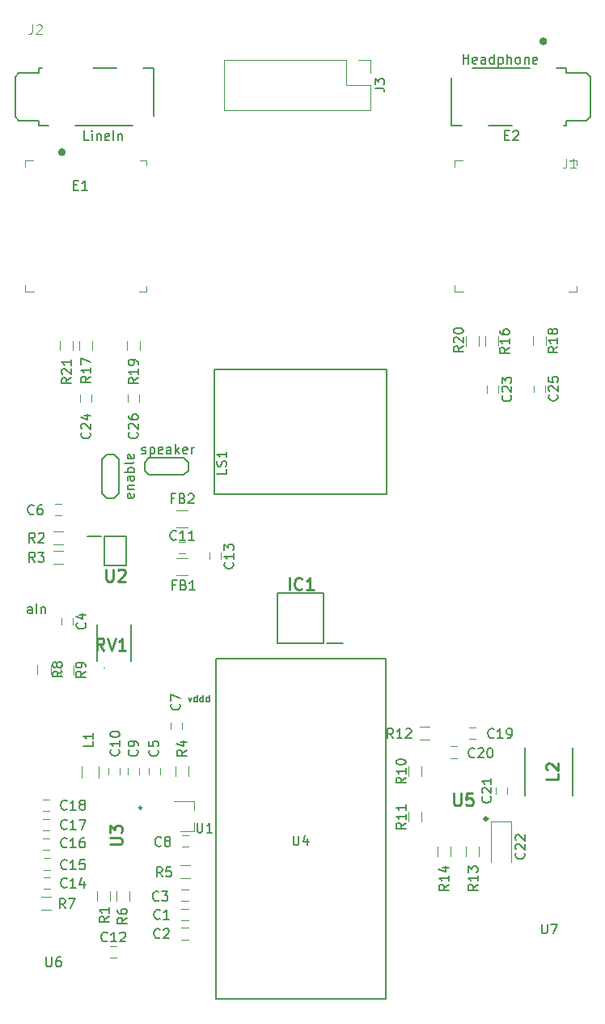
<source format=gto>
G04 #@! TF.GenerationSoftware,KiCad,Pcbnew,(5.1.2)-2*
G04 #@! TF.CreationDate,2019-11-23T11:04:55-05:00*
G04 #@! TF.ProjectId,tdm_mainboard,74646d5f-6d61-4696-9e62-6f6172642e6b,rev?*
G04 #@! TF.SameCoordinates,Original*
G04 #@! TF.FileFunction,Legend,Top*
G04 #@! TF.FilePolarity,Positive*
%FSLAX46Y46*%
G04 Gerber Fmt 4.6, Leading zero omitted, Abs format (unit mm)*
G04 Created by KiCad (PCBNEW (5.1.2)-2) date 2019-11-23 11:04:55*
%MOMM*%
%LPD*%
G04 APERTURE LIST*
%ADD10C,0.150000*%
%ADD11C,0.200000*%
%ADD12C,0.250000*%
%ADD13C,0.120000*%
%ADD14C,0.325000*%
%ADD15C,0.100000*%
%ADD16C,0.127000*%
%ADD17C,0.400000*%
%ADD18C,0.254000*%
%ADD19C,0.050000*%
G04 APERTURE END LIST*
D10*
X30999000Y-63351000D02*
X30999000Y-66951000D01*
X30999000Y-66951000D02*
X30499000Y-67451000D01*
X30499000Y-67451000D02*
X29699000Y-67451000D01*
X29699000Y-67451000D02*
X29199000Y-66951000D01*
X29199000Y-66951000D02*
X29199000Y-63351000D01*
X29199000Y-63351000D02*
X29699000Y-62851000D01*
X29699000Y-62851000D02*
X30499000Y-62851000D01*
X30499000Y-62851000D02*
X30999000Y-63351000D01*
X37741000Y-65035000D02*
X34141000Y-65035000D01*
X34141000Y-65035000D02*
X33641000Y-64535000D01*
X33641000Y-64535000D02*
X33641000Y-63735000D01*
X33641000Y-63735000D02*
X34141000Y-63235000D01*
X34141000Y-63235000D02*
X37741000Y-63235000D01*
X37741000Y-63235000D02*
X38241000Y-63735000D01*
X38241000Y-63735000D02*
X38241000Y-64535000D01*
X38241000Y-64535000D02*
X37741000Y-65035000D01*
D11*
X29461000Y-85175000D02*
G75*
G03X29461000Y-85175000I-22000J0D01*
G01*
X32280000Y-84450000D02*
X32280000Y-80650000D01*
X28680000Y-80650000D02*
X28680000Y-84450000D01*
D12*
X33362000Y-99807000D02*
G75*
G03X33362000Y-99807000I-125000J0D01*
G01*
D13*
X38860000Y-102291000D02*
X38860000Y-101361000D01*
X38860000Y-99131000D02*
X38860000Y-100061000D01*
X38860000Y-99131000D02*
X36700000Y-99131000D01*
X38860000Y-102291000D02*
X37400000Y-102291000D01*
D14*
X69563000Y-100950000D02*
G75*
G03X69563000Y-100950000I-162500J0D01*
G01*
D13*
X72043000Y-101236000D02*
X72043000Y-105486000D01*
X69943000Y-101236000D02*
X69943000Y-105486000D01*
X72043000Y-101236000D02*
X69943000Y-101236000D01*
X38214001Y-111568000D02*
X37514001Y-111568000D01*
X37514001Y-110368000D02*
X38214001Y-110368000D01*
X38214000Y-113568000D02*
X37514000Y-113568000D01*
X37514000Y-112368000D02*
X38214000Y-112368000D01*
X38214000Y-109568000D02*
X37514000Y-109568000D01*
X37514000Y-108368000D02*
X38214000Y-108368000D01*
X37600000Y-90900000D02*
X37600000Y-91600000D01*
X36400000Y-91600000D02*
X36400000Y-90900000D01*
X38243000Y-103898000D02*
X37543000Y-103898000D01*
X37543000Y-102698000D02*
X38243000Y-102698000D01*
X33127000Y-95661000D02*
X33127000Y-96361000D01*
X31927000Y-96361000D02*
X31927000Y-95661000D01*
X31095000Y-95661000D02*
X31095000Y-96361000D01*
X29895000Y-96361000D02*
X29895000Y-95661000D01*
X30750000Y-115455000D02*
X30050000Y-115455000D01*
X30050000Y-114255000D02*
X30750000Y-114255000D01*
X23065000Y-107082000D02*
X23765000Y-107082000D01*
X23765000Y-108282000D02*
X23065000Y-108282000D01*
X23018000Y-103032000D02*
X23718000Y-103032000D01*
X23718000Y-104232000D02*
X23018000Y-104232000D01*
X23018000Y-100955000D02*
X23718000Y-100955000D01*
X23718000Y-102155000D02*
X23018000Y-102155000D01*
X23018000Y-98955000D02*
X23718000Y-98955000D01*
X23718000Y-100155000D02*
X23018000Y-100155000D01*
D10*
X58890000Y-84220000D02*
X58890000Y-119780000D01*
X41110000Y-84220000D02*
X58890000Y-84220000D01*
X41110000Y-119780000D02*
X41110000Y-84220000D01*
X58890000Y-119780000D02*
X41110000Y-119780000D01*
D13*
X24820000Y-52000000D02*
X24820000Y-51000000D01*
X26180000Y-51000000D02*
X26180000Y-52000000D01*
X67320000Y-51500000D02*
X67320000Y-50500000D01*
X68680000Y-50500000D02*
X68680000Y-51500000D01*
X31820000Y-52000000D02*
X31820000Y-51000000D01*
X33180000Y-51000000D02*
X33180000Y-52000000D01*
X74320000Y-51490000D02*
X74320000Y-50490000D01*
X75680000Y-50490000D02*
X75680000Y-51490000D01*
X26820000Y-52000000D02*
X26820000Y-51000000D01*
X28180000Y-51000000D02*
X28180000Y-52000000D01*
X69320000Y-51500000D02*
X69320000Y-50500000D01*
X70680000Y-50500000D02*
X70680000Y-51500000D01*
X64320000Y-104894000D02*
X64320000Y-103894000D01*
X65680000Y-103894000D02*
X65680000Y-104894000D01*
X68680000Y-103894000D02*
X68680000Y-104894000D01*
X67320000Y-104894000D02*
X67320000Y-103894000D01*
X62500000Y-91320000D02*
X63500000Y-91320000D01*
X63500000Y-92680000D02*
X62500000Y-92680000D01*
X62680000Y-100250000D02*
X62680000Y-101250000D01*
X61320000Y-101250000D02*
X61320000Y-100250000D01*
X62680000Y-95500000D02*
X62680000Y-96500000D01*
X61320000Y-96500000D02*
X61320000Y-95500000D01*
X24894000Y-85891000D02*
X24894000Y-84891000D01*
X26254000Y-84891000D02*
X26254000Y-85891000D01*
X22462000Y-85865000D02*
X22462000Y-84865000D01*
X23822000Y-84865000D02*
X23822000Y-85865000D01*
X23868000Y-110455000D02*
X22868000Y-110455000D01*
X22868000Y-109095000D02*
X23868000Y-109095000D01*
X30736000Y-109513000D02*
X30736000Y-108513000D01*
X32096000Y-108513000D02*
X32096000Y-109513000D01*
X37393000Y-105793000D02*
X38393000Y-105793000D01*
X38393000Y-107153000D02*
X37393000Y-107153000D01*
X36927000Y-96511000D02*
X36927000Y-95511000D01*
X38287000Y-95511000D02*
X38287000Y-96511000D01*
X24103000Y-72955000D02*
X25103000Y-72955000D01*
X25103000Y-74315000D02*
X24103000Y-74315000D01*
X24103000Y-70955000D02*
X25103000Y-70955000D01*
X25103000Y-72315000D02*
X24103000Y-72315000D01*
X28704000Y-109513000D02*
X28704000Y-108513000D01*
X30064000Y-108513000D02*
X30064000Y-109513000D01*
X33100000Y-56650000D02*
X33100000Y-57350000D01*
X31900000Y-57350000D02*
X31900000Y-56650000D01*
X75600000Y-55650000D02*
X75600000Y-56350000D01*
X74400000Y-56350000D02*
X74400000Y-55650000D01*
X28100000Y-56650000D02*
X28100000Y-57350000D01*
X26900000Y-57350000D02*
X26900000Y-56650000D01*
X70720000Y-55720000D02*
X70720000Y-56420000D01*
X69520000Y-56420000D02*
X69520000Y-55720000D01*
X71600000Y-97650000D02*
X71600000Y-98350000D01*
X70400000Y-98350000D02*
X70400000Y-97650000D01*
X66350000Y-94600000D02*
X65650000Y-94600000D01*
X65650000Y-93400000D02*
X66350000Y-93400000D01*
X68350000Y-92600000D02*
X67650000Y-92600000D01*
X67650000Y-91400000D02*
X68350000Y-91400000D01*
X23065000Y-105082000D02*
X23765000Y-105082000D01*
X23765000Y-106282000D02*
X23065000Y-106282000D01*
X41668000Y-73103000D02*
X41668000Y-73803000D01*
X40468000Y-73803000D02*
X40468000Y-73103000D01*
X37953000Y-73235000D02*
X37253000Y-73235000D01*
X37253000Y-72035000D02*
X37953000Y-72035000D01*
X24953000Y-69235000D02*
X24253000Y-69235000D01*
X24253000Y-68035000D02*
X24953000Y-68035000D01*
X35286000Y-95661000D02*
X35286000Y-96361000D01*
X34086000Y-96361000D02*
X34086000Y-95661000D01*
X24974000Y-80661000D02*
X24974000Y-79961000D01*
X26174000Y-79961000D02*
X26174000Y-80661000D01*
X57330000Y-21670000D02*
X57330000Y-23000000D01*
X56000000Y-21670000D02*
X57330000Y-21670000D01*
X57330000Y-24270000D02*
X57330000Y-26870000D01*
X54730000Y-24270000D02*
X57330000Y-24270000D01*
X54730000Y-21670000D02*
X54730000Y-24270000D01*
X57330000Y-26870000D02*
X41970000Y-26870000D01*
X54730000Y-21670000D02*
X41970000Y-21670000D01*
X41970000Y-21670000D02*
X41970000Y-26870000D01*
D11*
X54425000Y-82580000D02*
X52775000Y-82580000D01*
X52425000Y-77385000D02*
X52425000Y-82615000D01*
X47575000Y-77385000D02*
X52425000Y-77385000D01*
X47575000Y-82615000D02*
X47575000Y-77385000D01*
X52425000Y-82615000D02*
X47575000Y-82615000D01*
D15*
X22075000Y-45825000D02*
X21125000Y-45825000D01*
X21125000Y-45825000D02*
X21125000Y-45150000D01*
X21975000Y-32175000D02*
X21125000Y-32175000D01*
X21125000Y-32175000D02*
X21125000Y-32850000D01*
X33875000Y-45250000D02*
X33875000Y-45825000D01*
X33875000Y-45825000D02*
X33075000Y-45825000D01*
X33175000Y-32175000D02*
X33875000Y-32175000D01*
X33875000Y-32175000D02*
X33875000Y-32675000D01*
X67075000Y-45825000D02*
X66125000Y-45825000D01*
X66125000Y-45825000D02*
X66125000Y-45150000D01*
X66975000Y-32175000D02*
X66125000Y-32175000D01*
X66125000Y-32175000D02*
X66125000Y-32850000D01*
X78875000Y-45250000D02*
X78875000Y-45825000D01*
X78875000Y-45825000D02*
X78075000Y-45825000D01*
X78175000Y-32175000D02*
X78875000Y-32175000D01*
X78875000Y-32175000D02*
X78875000Y-32675000D01*
D13*
X27075000Y-96642999D02*
X27075000Y-95442999D01*
X28835000Y-95442999D02*
X28835000Y-96642999D01*
X38203000Y-70515000D02*
X37003000Y-70515000D01*
X37003000Y-68755000D02*
X38203000Y-68755000D01*
X38203000Y-75515000D02*
X37003000Y-75515000D01*
X37003000Y-73755000D02*
X38203000Y-73755000D01*
D16*
X22600000Y-22500000D02*
X22900000Y-22500000D01*
X28300000Y-22500000D02*
X30700000Y-22500000D01*
X33500000Y-22500000D02*
X34600000Y-22500000D01*
X34600000Y-22500000D02*
X34600000Y-27500000D01*
X32400000Y-28500000D02*
X26400000Y-28500000D01*
X23600000Y-28500000D02*
X22600000Y-28500000D01*
X22600000Y-28500000D02*
X22600000Y-28000000D01*
X22600000Y-23000000D02*
X22600000Y-22500000D01*
X22600000Y-23000000D02*
X20500000Y-23000000D01*
X20100000Y-23400000D02*
X20100000Y-27600000D01*
X20500000Y-28000000D02*
X22600000Y-28000000D01*
X20100000Y-23400000D02*
X20500000Y-23000000D01*
X20500000Y-28000000D02*
X20100000Y-27600000D01*
D17*
X25200000Y-31300000D02*
G75*
G03X25200000Y-31300000I-200000J0D01*
G01*
D16*
X77800000Y-28500000D02*
X77500000Y-28500000D01*
X72100000Y-28500000D02*
X69700000Y-28500000D01*
X66900000Y-28500000D02*
X65800000Y-28500000D01*
X65800000Y-28500000D02*
X65800000Y-23500000D01*
X68000000Y-22500000D02*
X74000000Y-22500000D01*
X76800000Y-22500000D02*
X77800000Y-22500000D01*
X77800000Y-22500000D02*
X77800000Y-23000000D01*
X77800000Y-28000000D02*
X77800000Y-28500000D01*
X77800000Y-28000000D02*
X79900000Y-28000000D01*
X80300000Y-27600000D02*
X80300000Y-23400000D01*
X79900000Y-23000000D02*
X77800000Y-23000000D01*
X80300000Y-27600000D02*
X79900000Y-28000000D01*
X79900000Y-23000000D02*
X80300000Y-23400000D01*
D17*
X75600000Y-19700000D02*
G75*
G03X75600000Y-19700000I-200000J0D01*
G01*
D11*
X73500000Y-93500000D02*
X73500000Y-98500000D01*
X78500000Y-98500000D02*
X78500000Y-93500000D01*
D10*
X59000000Y-67000000D02*
X41000000Y-67000000D01*
X59000000Y-54000000D02*
X59000000Y-67000000D01*
X41000000Y-54000000D02*
X59000000Y-54000000D01*
X41000000Y-67000000D02*
X41000000Y-54000000D01*
D11*
X27703000Y-71395000D02*
X29103000Y-71395000D01*
X29453000Y-74445000D02*
X29453000Y-71445000D01*
X31753000Y-74445000D02*
X29453000Y-74445000D01*
X31753000Y-71445000D02*
X31753000Y-74445000D01*
X29453000Y-71445000D02*
X31753000Y-71445000D01*
D10*
X32503761Y-67008142D02*
X32551380Y-67103380D01*
X32551380Y-67293857D01*
X32503761Y-67389095D01*
X32408523Y-67436714D01*
X32027571Y-67436714D01*
X31932333Y-67389095D01*
X31884714Y-67293857D01*
X31884714Y-67103380D01*
X31932333Y-67008142D01*
X32027571Y-66960523D01*
X32122809Y-66960523D01*
X32218047Y-67436714D01*
X31884714Y-66531952D02*
X32551380Y-66531952D01*
X31979952Y-66531952D02*
X31932333Y-66484333D01*
X31884714Y-66389095D01*
X31884714Y-66246238D01*
X31932333Y-66151000D01*
X32027571Y-66103380D01*
X32551380Y-66103380D01*
X32551380Y-65198619D02*
X32027571Y-65198619D01*
X31932333Y-65246238D01*
X31884714Y-65341476D01*
X31884714Y-65531952D01*
X31932333Y-65627190D01*
X32503761Y-65198619D02*
X32551380Y-65293857D01*
X32551380Y-65531952D01*
X32503761Y-65627190D01*
X32408523Y-65674809D01*
X32313285Y-65674809D01*
X32218047Y-65627190D01*
X32170428Y-65531952D01*
X32170428Y-65293857D01*
X32122809Y-65198619D01*
X32551380Y-64722428D02*
X31551380Y-64722428D01*
X31932333Y-64722428D02*
X31884714Y-64627190D01*
X31884714Y-64436714D01*
X31932333Y-64341476D01*
X31979952Y-64293857D01*
X32075190Y-64246238D01*
X32360904Y-64246238D01*
X32456142Y-64293857D01*
X32503761Y-64341476D01*
X32551380Y-64436714D01*
X32551380Y-64627190D01*
X32503761Y-64722428D01*
X32551380Y-63674809D02*
X32503761Y-63770047D01*
X32408523Y-63817666D01*
X31551380Y-63817666D01*
X32503761Y-62912904D02*
X32551380Y-63008142D01*
X32551380Y-63198619D01*
X32503761Y-63293857D01*
X32408523Y-63341476D01*
X32027571Y-63341476D01*
X31932333Y-63293857D01*
X31884714Y-63198619D01*
X31884714Y-63008142D01*
X31932333Y-62912904D01*
X32027571Y-62865285D01*
X32122809Y-62865285D01*
X32218047Y-63341476D01*
X38253333Y-88274000D02*
X38420000Y-88740666D01*
X38586666Y-88274000D01*
X39153333Y-88740666D02*
X39153333Y-88040666D01*
X39153333Y-88707333D02*
X39086666Y-88740666D01*
X38953333Y-88740666D01*
X38886666Y-88707333D01*
X38853333Y-88674000D01*
X38820000Y-88607333D01*
X38820000Y-88407333D01*
X38853333Y-88340666D01*
X38886666Y-88307333D01*
X38953333Y-88274000D01*
X39086666Y-88274000D01*
X39153333Y-88307333D01*
X39786666Y-88740666D02*
X39786666Y-88040666D01*
X39786666Y-88707333D02*
X39720000Y-88740666D01*
X39586666Y-88740666D01*
X39520000Y-88707333D01*
X39486666Y-88674000D01*
X39453333Y-88607333D01*
X39453333Y-88407333D01*
X39486666Y-88340666D01*
X39520000Y-88307333D01*
X39586666Y-88274000D01*
X39720000Y-88274000D01*
X39786666Y-88307333D01*
X40420000Y-88740666D02*
X40420000Y-88040666D01*
X40420000Y-88707333D02*
X40353333Y-88740666D01*
X40220000Y-88740666D01*
X40153333Y-88707333D01*
X40120000Y-88674000D01*
X40086666Y-88607333D01*
X40086666Y-88407333D01*
X40120000Y-88340666D01*
X40153333Y-88307333D01*
X40220000Y-88274000D01*
X40353333Y-88274000D01*
X40420000Y-88307333D01*
X21875809Y-79478380D02*
X21875809Y-78954571D01*
X21828190Y-78859333D01*
X21732952Y-78811714D01*
X21542476Y-78811714D01*
X21447238Y-78859333D01*
X21875809Y-79430761D02*
X21780571Y-79478380D01*
X21542476Y-79478380D01*
X21447238Y-79430761D01*
X21399619Y-79335523D01*
X21399619Y-79240285D01*
X21447238Y-79145047D01*
X21542476Y-79097428D01*
X21780571Y-79097428D01*
X21875809Y-79049809D01*
X22352000Y-79478380D02*
X22352000Y-78478380D01*
X22828190Y-78811714D02*
X22828190Y-79478380D01*
X22828190Y-78906952D02*
X22875809Y-78859333D01*
X22971047Y-78811714D01*
X23113904Y-78811714D01*
X23209142Y-78859333D01*
X23256761Y-78954571D01*
X23256761Y-79478380D01*
X33377523Y-62761761D02*
X33472761Y-62809380D01*
X33663238Y-62809380D01*
X33758476Y-62761761D01*
X33806095Y-62666523D01*
X33806095Y-62618904D01*
X33758476Y-62523666D01*
X33663238Y-62476047D01*
X33520380Y-62476047D01*
X33425142Y-62428428D01*
X33377523Y-62333190D01*
X33377523Y-62285571D01*
X33425142Y-62190333D01*
X33520380Y-62142714D01*
X33663238Y-62142714D01*
X33758476Y-62190333D01*
X34234666Y-62142714D02*
X34234666Y-63142714D01*
X34234666Y-62190333D02*
X34329904Y-62142714D01*
X34520380Y-62142714D01*
X34615619Y-62190333D01*
X34663238Y-62237952D01*
X34710857Y-62333190D01*
X34710857Y-62618904D01*
X34663238Y-62714142D01*
X34615619Y-62761761D01*
X34520380Y-62809380D01*
X34329904Y-62809380D01*
X34234666Y-62761761D01*
X35520380Y-62761761D02*
X35425142Y-62809380D01*
X35234666Y-62809380D01*
X35139428Y-62761761D01*
X35091809Y-62666523D01*
X35091809Y-62285571D01*
X35139428Y-62190333D01*
X35234666Y-62142714D01*
X35425142Y-62142714D01*
X35520380Y-62190333D01*
X35568000Y-62285571D01*
X35568000Y-62380809D01*
X35091809Y-62476047D01*
X36425142Y-62809380D02*
X36425142Y-62285571D01*
X36377523Y-62190333D01*
X36282285Y-62142714D01*
X36091809Y-62142714D01*
X35996571Y-62190333D01*
X36425142Y-62761761D02*
X36329904Y-62809380D01*
X36091809Y-62809380D01*
X35996571Y-62761761D01*
X35948952Y-62666523D01*
X35948952Y-62571285D01*
X35996571Y-62476047D01*
X36091809Y-62428428D01*
X36329904Y-62428428D01*
X36425142Y-62380809D01*
X36901333Y-62809380D02*
X36901333Y-61809380D01*
X36996571Y-62428428D02*
X37282285Y-62809380D01*
X37282285Y-62142714D02*
X36901333Y-62523666D01*
X38091809Y-62761761D02*
X37996571Y-62809380D01*
X37806095Y-62809380D01*
X37710857Y-62761761D01*
X37663238Y-62666523D01*
X37663238Y-62285571D01*
X37710857Y-62190333D01*
X37806095Y-62142714D01*
X37996571Y-62142714D01*
X38091809Y-62190333D01*
X38139428Y-62285571D01*
X38139428Y-62380809D01*
X37663238Y-62476047D01*
X38568000Y-62809380D02*
X38568000Y-62142714D01*
X38568000Y-62333190D02*
X38615619Y-62237952D01*
X38663238Y-62190333D01*
X38758476Y-62142714D01*
X38853714Y-62142714D01*
D18*
X29387047Y-83333523D02*
X28963714Y-82728761D01*
X28661333Y-83333523D02*
X28661333Y-82063523D01*
X29145142Y-82063523D01*
X29266095Y-82124000D01*
X29326571Y-82184476D01*
X29387047Y-82305428D01*
X29387047Y-82486857D01*
X29326571Y-82607809D01*
X29266095Y-82668285D01*
X29145142Y-82728761D01*
X28661333Y-82728761D01*
X29749904Y-82063523D02*
X30173238Y-83333523D01*
X30596571Y-82063523D01*
X31685142Y-83333523D02*
X30959428Y-83333523D01*
X31322285Y-83333523D02*
X31322285Y-82063523D01*
X31201333Y-82244952D01*
X31080380Y-82365904D01*
X30959428Y-82426380D01*
X30041523Y-103649619D02*
X31069619Y-103649619D01*
X31190571Y-103589142D01*
X31251047Y-103528666D01*
X31311523Y-103407714D01*
X31311523Y-103165809D01*
X31251047Y-103044857D01*
X31190571Y-102984380D01*
X31069619Y-102923904D01*
X30041523Y-102923904D01*
X30041523Y-102440095D02*
X30041523Y-101653904D01*
X30525333Y-102077238D01*
X30525333Y-101895809D01*
X30585809Y-101774857D01*
X30646285Y-101714380D01*
X30767238Y-101653904D01*
X31069619Y-101653904D01*
X31190571Y-101714380D01*
X31251047Y-101774857D01*
X31311523Y-101895809D01*
X31311523Y-102258666D01*
X31251047Y-102379619D01*
X31190571Y-102440095D01*
D10*
X39163095Y-101386380D02*
X39163095Y-102195904D01*
X39210714Y-102291142D01*
X39258333Y-102338761D01*
X39353571Y-102386380D01*
X39544047Y-102386380D01*
X39639285Y-102338761D01*
X39686904Y-102291142D01*
X39734523Y-102195904D01*
X39734523Y-101386380D01*
X40734523Y-102386380D02*
X40163095Y-102386380D01*
X40448809Y-102386380D02*
X40448809Y-101386380D01*
X40353571Y-101529238D01*
X40258333Y-101624476D01*
X40163095Y-101672095D01*
D18*
X66032380Y-98304523D02*
X66032380Y-99332619D01*
X66092857Y-99453571D01*
X66153333Y-99514047D01*
X66274285Y-99574523D01*
X66516190Y-99574523D01*
X66637142Y-99514047D01*
X66697619Y-99453571D01*
X66758095Y-99332619D01*
X66758095Y-98304523D01*
X67967619Y-98304523D02*
X67362857Y-98304523D01*
X67302380Y-98909285D01*
X67362857Y-98848809D01*
X67483809Y-98788333D01*
X67786190Y-98788333D01*
X67907142Y-98848809D01*
X67967619Y-98909285D01*
X68028095Y-99030238D01*
X68028095Y-99332619D01*
X67967619Y-99453571D01*
X67907142Y-99514047D01*
X67786190Y-99574523D01*
X67483809Y-99574523D01*
X67362857Y-99514047D01*
X67302380Y-99453571D01*
D10*
X73382142Y-104528857D02*
X73429761Y-104576476D01*
X73477380Y-104719333D01*
X73477380Y-104814571D01*
X73429761Y-104957428D01*
X73334523Y-105052666D01*
X73239285Y-105100285D01*
X73048809Y-105147904D01*
X72905952Y-105147904D01*
X72715476Y-105100285D01*
X72620238Y-105052666D01*
X72525000Y-104957428D01*
X72477380Y-104814571D01*
X72477380Y-104719333D01*
X72525000Y-104576476D01*
X72572619Y-104528857D01*
X72572619Y-104147904D02*
X72525000Y-104100285D01*
X72477380Y-104005047D01*
X72477380Y-103766952D01*
X72525000Y-103671714D01*
X72572619Y-103624095D01*
X72667857Y-103576476D01*
X72763095Y-103576476D01*
X72905952Y-103624095D01*
X73477380Y-104195523D01*
X73477380Y-103576476D01*
X72572619Y-103195523D02*
X72525000Y-103147904D01*
X72477380Y-103052666D01*
X72477380Y-102814571D01*
X72525000Y-102719333D01*
X72572619Y-102671714D01*
X72667857Y-102624095D01*
X72763095Y-102624095D01*
X72905952Y-102671714D01*
X73477380Y-103243142D01*
X73477380Y-102624095D01*
X35266333Y-111357142D02*
X35218714Y-111404761D01*
X35075857Y-111452380D01*
X34980619Y-111452380D01*
X34837761Y-111404761D01*
X34742523Y-111309523D01*
X34694904Y-111214285D01*
X34647285Y-111023809D01*
X34647285Y-110880952D01*
X34694904Y-110690476D01*
X34742523Y-110595238D01*
X34837761Y-110500000D01*
X34980619Y-110452380D01*
X35075857Y-110452380D01*
X35218714Y-110500000D01*
X35266333Y-110547619D01*
X36218714Y-111452380D02*
X35647285Y-111452380D01*
X35933000Y-111452380D02*
X35933000Y-110452380D01*
X35837761Y-110595238D01*
X35742523Y-110690476D01*
X35647285Y-110738095D01*
X35266333Y-113357142D02*
X35218714Y-113404761D01*
X35075857Y-113452380D01*
X34980619Y-113452380D01*
X34837761Y-113404761D01*
X34742523Y-113309523D01*
X34694904Y-113214285D01*
X34647285Y-113023809D01*
X34647285Y-112880952D01*
X34694904Y-112690476D01*
X34742523Y-112595238D01*
X34837761Y-112500000D01*
X34980619Y-112452380D01*
X35075857Y-112452380D01*
X35218714Y-112500000D01*
X35266333Y-112547619D01*
X35647285Y-112547619D02*
X35694904Y-112500000D01*
X35790142Y-112452380D01*
X36028238Y-112452380D01*
X36123476Y-112500000D01*
X36171095Y-112547619D01*
X36218714Y-112642857D01*
X36218714Y-112738095D01*
X36171095Y-112880952D01*
X35599666Y-113452380D01*
X36218714Y-113452380D01*
X35139333Y-109450142D02*
X35091714Y-109497761D01*
X34948857Y-109545380D01*
X34853619Y-109545380D01*
X34710761Y-109497761D01*
X34615523Y-109402523D01*
X34567904Y-109307285D01*
X34520285Y-109116809D01*
X34520285Y-108973952D01*
X34567904Y-108783476D01*
X34615523Y-108688238D01*
X34710761Y-108593000D01*
X34853619Y-108545380D01*
X34948857Y-108545380D01*
X35091714Y-108593000D01*
X35139333Y-108640619D01*
X35472666Y-108545380D02*
X36091714Y-108545380D01*
X35758380Y-108926333D01*
X35901238Y-108926333D01*
X35996476Y-108973952D01*
X36044095Y-109021571D01*
X36091714Y-109116809D01*
X36091714Y-109354904D01*
X36044095Y-109450142D01*
X35996476Y-109497761D01*
X35901238Y-109545380D01*
X35615523Y-109545380D01*
X35520285Y-109497761D01*
X35472666Y-109450142D01*
X37314142Y-88939666D02*
X37361761Y-88987285D01*
X37409380Y-89130142D01*
X37409380Y-89225380D01*
X37361761Y-89368238D01*
X37266523Y-89463476D01*
X37171285Y-89511095D01*
X36980809Y-89558714D01*
X36837952Y-89558714D01*
X36647476Y-89511095D01*
X36552238Y-89463476D01*
X36457000Y-89368238D01*
X36409380Y-89225380D01*
X36409380Y-89130142D01*
X36457000Y-88987285D01*
X36504619Y-88939666D01*
X36409380Y-88606333D02*
X36409380Y-87939666D01*
X37409380Y-88368238D01*
X35393333Y-103735142D02*
X35345714Y-103782761D01*
X35202857Y-103830380D01*
X35107619Y-103830380D01*
X34964761Y-103782761D01*
X34869523Y-103687523D01*
X34821904Y-103592285D01*
X34774285Y-103401809D01*
X34774285Y-103258952D01*
X34821904Y-103068476D01*
X34869523Y-102973238D01*
X34964761Y-102878000D01*
X35107619Y-102830380D01*
X35202857Y-102830380D01*
X35345714Y-102878000D01*
X35393333Y-102925619D01*
X35964761Y-103258952D02*
X35869523Y-103211333D01*
X35821904Y-103163714D01*
X35774285Y-103068476D01*
X35774285Y-103020857D01*
X35821904Y-102925619D01*
X35869523Y-102878000D01*
X35964761Y-102830380D01*
X36155238Y-102830380D01*
X36250476Y-102878000D01*
X36298095Y-102925619D01*
X36345714Y-103020857D01*
X36345714Y-103068476D01*
X36298095Y-103163714D01*
X36250476Y-103211333D01*
X36155238Y-103258952D01*
X35964761Y-103258952D01*
X35869523Y-103306571D01*
X35821904Y-103354190D01*
X35774285Y-103449428D01*
X35774285Y-103639904D01*
X35821904Y-103735142D01*
X35869523Y-103782761D01*
X35964761Y-103830380D01*
X36155238Y-103830380D01*
X36250476Y-103782761D01*
X36298095Y-103735142D01*
X36345714Y-103639904D01*
X36345714Y-103449428D01*
X36298095Y-103354190D01*
X36250476Y-103306571D01*
X36155238Y-103258952D01*
X32869142Y-93765666D02*
X32916761Y-93813285D01*
X32964380Y-93956142D01*
X32964380Y-94051380D01*
X32916761Y-94194238D01*
X32821523Y-94289476D01*
X32726285Y-94337095D01*
X32535809Y-94384714D01*
X32392952Y-94384714D01*
X32202476Y-94337095D01*
X32107238Y-94289476D01*
X32012000Y-94194238D01*
X31964380Y-94051380D01*
X31964380Y-93956142D01*
X32012000Y-93813285D01*
X32059619Y-93765666D01*
X32964380Y-93289476D02*
X32964380Y-93099000D01*
X32916761Y-93003761D01*
X32869142Y-92956142D01*
X32726285Y-92860904D01*
X32535809Y-92813285D01*
X32154857Y-92813285D01*
X32059619Y-92860904D01*
X32012000Y-92908523D01*
X31964380Y-93003761D01*
X31964380Y-93194238D01*
X32012000Y-93289476D01*
X32059619Y-93337095D01*
X32154857Y-93384714D01*
X32392952Y-93384714D01*
X32488190Y-93337095D01*
X32535809Y-93289476D01*
X32583428Y-93194238D01*
X32583428Y-93003761D01*
X32535809Y-92908523D01*
X32488190Y-92860904D01*
X32392952Y-92813285D01*
X30964142Y-93733857D02*
X31011761Y-93781476D01*
X31059380Y-93924333D01*
X31059380Y-94019571D01*
X31011761Y-94162428D01*
X30916523Y-94257666D01*
X30821285Y-94305285D01*
X30630809Y-94352904D01*
X30487952Y-94352904D01*
X30297476Y-94305285D01*
X30202238Y-94257666D01*
X30107000Y-94162428D01*
X30059380Y-94019571D01*
X30059380Y-93924333D01*
X30107000Y-93781476D01*
X30154619Y-93733857D01*
X31059380Y-92781476D02*
X31059380Y-93352904D01*
X31059380Y-93067190D02*
X30059380Y-93067190D01*
X30202238Y-93162428D01*
X30297476Y-93257666D01*
X30345095Y-93352904D01*
X30059380Y-92162428D02*
X30059380Y-92067190D01*
X30107000Y-91971952D01*
X30154619Y-91924333D01*
X30249857Y-91876714D01*
X30440333Y-91829095D01*
X30678428Y-91829095D01*
X30868904Y-91876714D01*
X30964142Y-91924333D01*
X31011761Y-91971952D01*
X31059380Y-92067190D01*
X31059380Y-92162428D01*
X31011761Y-92257666D01*
X30964142Y-92305285D01*
X30868904Y-92352904D01*
X30678428Y-92400523D01*
X30440333Y-92400523D01*
X30249857Y-92352904D01*
X30154619Y-92305285D01*
X30107000Y-92257666D01*
X30059380Y-92162428D01*
X29757142Y-113712142D02*
X29709523Y-113759761D01*
X29566666Y-113807380D01*
X29471428Y-113807380D01*
X29328571Y-113759761D01*
X29233333Y-113664523D01*
X29185714Y-113569285D01*
X29138095Y-113378809D01*
X29138095Y-113235952D01*
X29185714Y-113045476D01*
X29233333Y-112950238D01*
X29328571Y-112855000D01*
X29471428Y-112807380D01*
X29566666Y-112807380D01*
X29709523Y-112855000D01*
X29757142Y-112902619D01*
X30709523Y-113807380D02*
X30138095Y-113807380D01*
X30423809Y-113807380D02*
X30423809Y-112807380D01*
X30328571Y-112950238D01*
X30233333Y-113045476D01*
X30138095Y-113093095D01*
X31090476Y-112902619D02*
X31138095Y-112855000D01*
X31233333Y-112807380D01*
X31471428Y-112807380D01*
X31566666Y-112855000D01*
X31614285Y-112902619D01*
X31661904Y-112997857D01*
X31661904Y-113093095D01*
X31614285Y-113235952D01*
X31042857Y-113807380D01*
X31661904Y-113807380D01*
X25519142Y-108053142D02*
X25471523Y-108100761D01*
X25328666Y-108148380D01*
X25233428Y-108148380D01*
X25090571Y-108100761D01*
X24995333Y-108005523D01*
X24947714Y-107910285D01*
X24900095Y-107719809D01*
X24900095Y-107576952D01*
X24947714Y-107386476D01*
X24995333Y-107291238D01*
X25090571Y-107196000D01*
X25233428Y-107148380D01*
X25328666Y-107148380D01*
X25471523Y-107196000D01*
X25519142Y-107243619D01*
X26471523Y-108148380D02*
X25900095Y-108148380D01*
X26185809Y-108148380D02*
X26185809Y-107148380D01*
X26090571Y-107291238D01*
X25995333Y-107386476D01*
X25900095Y-107434095D01*
X27328666Y-107481714D02*
X27328666Y-108148380D01*
X27090571Y-107100761D02*
X26852476Y-107815047D01*
X27471523Y-107815047D01*
X25519142Y-103862142D02*
X25471523Y-103909761D01*
X25328666Y-103957380D01*
X25233428Y-103957380D01*
X25090571Y-103909761D01*
X24995333Y-103814523D01*
X24947714Y-103719285D01*
X24900095Y-103528809D01*
X24900095Y-103385952D01*
X24947714Y-103195476D01*
X24995333Y-103100238D01*
X25090571Y-103005000D01*
X25233428Y-102957380D01*
X25328666Y-102957380D01*
X25471523Y-103005000D01*
X25519142Y-103052619D01*
X26471523Y-103957380D02*
X25900095Y-103957380D01*
X26185809Y-103957380D02*
X26185809Y-102957380D01*
X26090571Y-103100238D01*
X25995333Y-103195476D01*
X25900095Y-103243095D01*
X27328666Y-102957380D02*
X27138190Y-102957380D01*
X27042952Y-103005000D01*
X26995333Y-103052619D01*
X26900095Y-103195476D01*
X26852476Y-103385952D01*
X26852476Y-103766904D01*
X26900095Y-103862142D01*
X26947714Y-103909761D01*
X27042952Y-103957380D01*
X27233428Y-103957380D01*
X27328666Y-103909761D01*
X27376285Y-103862142D01*
X27423904Y-103766904D01*
X27423904Y-103528809D01*
X27376285Y-103433571D01*
X27328666Y-103385952D01*
X27233428Y-103338333D01*
X27042952Y-103338333D01*
X26947714Y-103385952D01*
X26900095Y-103433571D01*
X26852476Y-103528809D01*
X25519142Y-101957142D02*
X25471523Y-102004761D01*
X25328666Y-102052380D01*
X25233428Y-102052380D01*
X25090571Y-102004761D01*
X24995333Y-101909523D01*
X24947714Y-101814285D01*
X24900095Y-101623809D01*
X24900095Y-101480952D01*
X24947714Y-101290476D01*
X24995333Y-101195238D01*
X25090571Y-101100000D01*
X25233428Y-101052380D01*
X25328666Y-101052380D01*
X25471523Y-101100000D01*
X25519142Y-101147619D01*
X26471523Y-102052380D02*
X25900095Y-102052380D01*
X26185809Y-102052380D02*
X26185809Y-101052380D01*
X26090571Y-101195238D01*
X25995333Y-101290476D01*
X25900095Y-101338095D01*
X26804857Y-101052380D02*
X27471523Y-101052380D01*
X27042952Y-102052380D01*
X25519142Y-99925142D02*
X25471523Y-99972761D01*
X25328666Y-100020380D01*
X25233428Y-100020380D01*
X25090571Y-99972761D01*
X24995333Y-99877523D01*
X24947714Y-99782285D01*
X24900095Y-99591809D01*
X24900095Y-99448952D01*
X24947714Y-99258476D01*
X24995333Y-99163238D01*
X25090571Y-99068000D01*
X25233428Y-99020380D01*
X25328666Y-99020380D01*
X25471523Y-99068000D01*
X25519142Y-99115619D01*
X26471523Y-100020380D02*
X25900095Y-100020380D01*
X26185809Y-100020380D02*
X26185809Y-99020380D01*
X26090571Y-99163238D01*
X25995333Y-99258476D01*
X25900095Y-99306095D01*
X27042952Y-99448952D02*
X26947714Y-99401333D01*
X26900095Y-99353714D01*
X26852476Y-99258476D01*
X26852476Y-99210857D01*
X26900095Y-99115619D01*
X26947714Y-99068000D01*
X27042952Y-99020380D01*
X27233428Y-99020380D01*
X27328666Y-99068000D01*
X27376285Y-99115619D01*
X27423904Y-99210857D01*
X27423904Y-99258476D01*
X27376285Y-99353714D01*
X27328666Y-99401333D01*
X27233428Y-99448952D01*
X27042952Y-99448952D01*
X26947714Y-99496571D01*
X26900095Y-99544190D01*
X26852476Y-99639428D01*
X26852476Y-99829904D01*
X26900095Y-99925142D01*
X26947714Y-99972761D01*
X27042952Y-100020380D01*
X27233428Y-100020380D01*
X27328666Y-99972761D01*
X27376285Y-99925142D01*
X27423904Y-99829904D01*
X27423904Y-99639428D01*
X27376285Y-99544190D01*
X27328666Y-99496571D01*
X27233428Y-99448952D01*
X49238095Y-102722380D02*
X49238095Y-103531904D01*
X49285714Y-103627142D01*
X49333333Y-103674761D01*
X49428571Y-103722380D01*
X49619047Y-103722380D01*
X49714285Y-103674761D01*
X49761904Y-103627142D01*
X49809523Y-103531904D01*
X49809523Y-102722380D01*
X50714285Y-103055714D02*
X50714285Y-103722380D01*
X50476190Y-102674761D02*
X50238095Y-103389047D01*
X50857142Y-103389047D01*
X25979380Y-54871857D02*
X25503190Y-55205190D01*
X25979380Y-55443285D02*
X24979380Y-55443285D01*
X24979380Y-55062333D01*
X25027000Y-54967095D01*
X25074619Y-54919476D01*
X25169857Y-54871857D01*
X25312714Y-54871857D01*
X25407952Y-54919476D01*
X25455571Y-54967095D01*
X25503190Y-55062333D01*
X25503190Y-55443285D01*
X25074619Y-54490904D02*
X25027000Y-54443285D01*
X24979380Y-54348047D01*
X24979380Y-54109952D01*
X25027000Y-54014714D01*
X25074619Y-53967095D01*
X25169857Y-53919476D01*
X25265095Y-53919476D01*
X25407952Y-53967095D01*
X25979380Y-54538523D01*
X25979380Y-53919476D01*
X25979380Y-52967095D02*
X25979380Y-53538523D01*
X25979380Y-53252809D02*
X24979380Y-53252809D01*
X25122238Y-53348047D01*
X25217476Y-53443285D01*
X25265095Y-53538523D01*
X67000380Y-51569857D02*
X66524190Y-51903190D01*
X67000380Y-52141285D02*
X66000380Y-52141285D01*
X66000380Y-51760333D01*
X66048000Y-51665095D01*
X66095619Y-51617476D01*
X66190857Y-51569857D01*
X66333714Y-51569857D01*
X66428952Y-51617476D01*
X66476571Y-51665095D01*
X66524190Y-51760333D01*
X66524190Y-52141285D01*
X66095619Y-51188904D02*
X66048000Y-51141285D01*
X66000380Y-51046047D01*
X66000380Y-50807952D01*
X66048000Y-50712714D01*
X66095619Y-50665095D01*
X66190857Y-50617476D01*
X66286095Y-50617476D01*
X66428952Y-50665095D01*
X67000380Y-51236523D01*
X67000380Y-50617476D01*
X66000380Y-49998428D02*
X66000380Y-49903190D01*
X66048000Y-49807952D01*
X66095619Y-49760333D01*
X66190857Y-49712714D01*
X66381333Y-49665095D01*
X66619428Y-49665095D01*
X66809904Y-49712714D01*
X66905142Y-49760333D01*
X66952761Y-49807952D01*
X67000380Y-49903190D01*
X67000380Y-49998428D01*
X66952761Y-50093666D01*
X66905142Y-50141285D01*
X66809904Y-50188904D01*
X66619428Y-50236523D01*
X66381333Y-50236523D01*
X66190857Y-50188904D01*
X66095619Y-50141285D01*
X66048000Y-50093666D01*
X66000380Y-49998428D01*
X32964380Y-54871857D02*
X32488190Y-55205190D01*
X32964380Y-55443285D02*
X31964380Y-55443285D01*
X31964380Y-55062333D01*
X32012000Y-54967095D01*
X32059619Y-54919476D01*
X32154857Y-54871857D01*
X32297714Y-54871857D01*
X32392952Y-54919476D01*
X32440571Y-54967095D01*
X32488190Y-55062333D01*
X32488190Y-55443285D01*
X32964380Y-53919476D02*
X32964380Y-54490904D01*
X32964380Y-54205190D02*
X31964380Y-54205190D01*
X32107238Y-54300428D01*
X32202476Y-54395666D01*
X32250095Y-54490904D01*
X32964380Y-53443285D02*
X32964380Y-53252809D01*
X32916761Y-53157571D01*
X32869142Y-53109952D01*
X32726285Y-53014714D01*
X32535809Y-52967095D01*
X32154857Y-52967095D01*
X32059619Y-53014714D01*
X32012000Y-53062333D01*
X31964380Y-53157571D01*
X31964380Y-53348047D01*
X32012000Y-53443285D01*
X32059619Y-53490904D01*
X32154857Y-53538523D01*
X32392952Y-53538523D01*
X32488190Y-53490904D01*
X32535809Y-53443285D01*
X32583428Y-53348047D01*
X32583428Y-53157571D01*
X32535809Y-53062333D01*
X32488190Y-53014714D01*
X32392952Y-52967095D01*
X76902380Y-51632857D02*
X76426190Y-51966190D01*
X76902380Y-52204285D02*
X75902380Y-52204285D01*
X75902380Y-51823333D01*
X75950000Y-51728095D01*
X75997619Y-51680476D01*
X76092857Y-51632857D01*
X76235714Y-51632857D01*
X76330952Y-51680476D01*
X76378571Y-51728095D01*
X76426190Y-51823333D01*
X76426190Y-52204285D01*
X76902380Y-50680476D02*
X76902380Y-51251904D01*
X76902380Y-50966190D02*
X75902380Y-50966190D01*
X76045238Y-51061428D01*
X76140476Y-51156666D01*
X76188095Y-51251904D01*
X76330952Y-50109047D02*
X76283333Y-50204285D01*
X76235714Y-50251904D01*
X76140476Y-50299523D01*
X76092857Y-50299523D01*
X75997619Y-50251904D01*
X75950000Y-50204285D01*
X75902380Y-50109047D01*
X75902380Y-49918571D01*
X75950000Y-49823333D01*
X75997619Y-49775714D01*
X76092857Y-49728095D01*
X76140476Y-49728095D01*
X76235714Y-49775714D01*
X76283333Y-49823333D01*
X76330952Y-49918571D01*
X76330952Y-50109047D01*
X76378571Y-50204285D01*
X76426190Y-50251904D01*
X76521428Y-50299523D01*
X76711904Y-50299523D01*
X76807142Y-50251904D01*
X76854761Y-50204285D01*
X76902380Y-50109047D01*
X76902380Y-49918571D01*
X76854761Y-49823333D01*
X76807142Y-49775714D01*
X76711904Y-49728095D01*
X76521428Y-49728095D01*
X76426190Y-49775714D01*
X76378571Y-49823333D01*
X76330952Y-49918571D01*
X28011380Y-54744857D02*
X27535190Y-55078190D01*
X28011380Y-55316285D02*
X27011380Y-55316285D01*
X27011380Y-54935333D01*
X27059000Y-54840095D01*
X27106619Y-54792476D01*
X27201857Y-54744857D01*
X27344714Y-54744857D01*
X27439952Y-54792476D01*
X27487571Y-54840095D01*
X27535190Y-54935333D01*
X27535190Y-55316285D01*
X28011380Y-53792476D02*
X28011380Y-54363904D01*
X28011380Y-54078190D02*
X27011380Y-54078190D01*
X27154238Y-54173428D01*
X27249476Y-54268666D01*
X27297095Y-54363904D01*
X27011380Y-53459142D02*
X27011380Y-52792476D01*
X28011380Y-53221047D01*
X71826380Y-51696857D02*
X71350190Y-52030190D01*
X71826380Y-52268285D02*
X70826380Y-52268285D01*
X70826380Y-51887333D01*
X70874000Y-51792095D01*
X70921619Y-51744476D01*
X71016857Y-51696857D01*
X71159714Y-51696857D01*
X71254952Y-51744476D01*
X71302571Y-51792095D01*
X71350190Y-51887333D01*
X71350190Y-52268285D01*
X71826380Y-50744476D02*
X71826380Y-51315904D01*
X71826380Y-51030190D02*
X70826380Y-51030190D01*
X70969238Y-51125428D01*
X71064476Y-51220666D01*
X71112095Y-51315904D01*
X70826380Y-49887333D02*
X70826380Y-50077809D01*
X70874000Y-50173047D01*
X70921619Y-50220666D01*
X71064476Y-50315904D01*
X71254952Y-50363523D01*
X71635904Y-50363523D01*
X71731142Y-50315904D01*
X71778761Y-50268285D01*
X71826380Y-50173047D01*
X71826380Y-49982571D01*
X71778761Y-49887333D01*
X71731142Y-49839714D01*
X71635904Y-49792095D01*
X71397809Y-49792095D01*
X71302571Y-49839714D01*
X71254952Y-49887333D01*
X71207333Y-49982571D01*
X71207333Y-50173047D01*
X71254952Y-50268285D01*
X71302571Y-50315904D01*
X71397809Y-50363523D01*
X65476380Y-107830857D02*
X65000190Y-108164190D01*
X65476380Y-108402285D02*
X64476380Y-108402285D01*
X64476380Y-108021333D01*
X64524000Y-107926095D01*
X64571619Y-107878476D01*
X64666857Y-107830857D01*
X64809714Y-107830857D01*
X64904952Y-107878476D01*
X64952571Y-107926095D01*
X65000190Y-108021333D01*
X65000190Y-108402285D01*
X65476380Y-106878476D02*
X65476380Y-107449904D01*
X65476380Y-107164190D02*
X64476380Y-107164190D01*
X64619238Y-107259428D01*
X64714476Y-107354666D01*
X64762095Y-107449904D01*
X64809714Y-106021333D02*
X65476380Y-106021333D01*
X64428761Y-106259428D02*
X65143047Y-106497523D01*
X65143047Y-105878476D01*
X68524380Y-107830857D02*
X68048190Y-108164190D01*
X68524380Y-108402285D02*
X67524380Y-108402285D01*
X67524380Y-108021333D01*
X67572000Y-107926095D01*
X67619619Y-107878476D01*
X67714857Y-107830857D01*
X67857714Y-107830857D01*
X67952952Y-107878476D01*
X68000571Y-107926095D01*
X68048190Y-108021333D01*
X68048190Y-108402285D01*
X68524380Y-106878476D02*
X68524380Y-107449904D01*
X68524380Y-107164190D02*
X67524380Y-107164190D01*
X67667238Y-107259428D01*
X67762476Y-107354666D01*
X67810095Y-107449904D01*
X67524380Y-106545142D02*
X67524380Y-105926095D01*
X67905333Y-106259428D01*
X67905333Y-106116571D01*
X67952952Y-106021333D01*
X68000571Y-105973714D01*
X68095809Y-105926095D01*
X68333904Y-105926095D01*
X68429142Y-105973714D01*
X68476761Y-106021333D01*
X68524380Y-106116571D01*
X68524380Y-106402285D01*
X68476761Y-106497523D01*
X68429142Y-106545142D01*
X59682142Y-92527380D02*
X59348809Y-92051190D01*
X59110714Y-92527380D02*
X59110714Y-91527380D01*
X59491666Y-91527380D01*
X59586904Y-91575000D01*
X59634523Y-91622619D01*
X59682142Y-91717857D01*
X59682142Y-91860714D01*
X59634523Y-91955952D01*
X59586904Y-92003571D01*
X59491666Y-92051190D01*
X59110714Y-92051190D01*
X60634523Y-92527380D02*
X60063095Y-92527380D01*
X60348809Y-92527380D02*
X60348809Y-91527380D01*
X60253571Y-91670238D01*
X60158333Y-91765476D01*
X60063095Y-91813095D01*
X61015476Y-91622619D02*
X61063095Y-91575000D01*
X61158333Y-91527380D01*
X61396428Y-91527380D01*
X61491666Y-91575000D01*
X61539285Y-91622619D01*
X61586904Y-91717857D01*
X61586904Y-91813095D01*
X61539285Y-91955952D01*
X60967857Y-92527380D01*
X61586904Y-92527380D01*
X61002380Y-101392857D02*
X60526190Y-101726190D01*
X61002380Y-101964285D02*
X60002380Y-101964285D01*
X60002380Y-101583333D01*
X60050000Y-101488095D01*
X60097619Y-101440476D01*
X60192857Y-101392857D01*
X60335714Y-101392857D01*
X60430952Y-101440476D01*
X60478571Y-101488095D01*
X60526190Y-101583333D01*
X60526190Y-101964285D01*
X61002380Y-100440476D02*
X61002380Y-101011904D01*
X61002380Y-100726190D02*
X60002380Y-100726190D01*
X60145238Y-100821428D01*
X60240476Y-100916666D01*
X60288095Y-101011904D01*
X61002380Y-99488095D02*
X61002380Y-100059523D01*
X61002380Y-99773809D02*
X60002380Y-99773809D01*
X60145238Y-99869047D01*
X60240476Y-99964285D01*
X60288095Y-100059523D01*
X61002380Y-96642857D02*
X60526190Y-96976190D01*
X61002380Y-97214285D02*
X60002380Y-97214285D01*
X60002380Y-96833333D01*
X60050000Y-96738095D01*
X60097619Y-96690476D01*
X60192857Y-96642857D01*
X60335714Y-96642857D01*
X60430952Y-96690476D01*
X60478571Y-96738095D01*
X60526190Y-96833333D01*
X60526190Y-97214285D01*
X61002380Y-95690476D02*
X61002380Y-96261904D01*
X61002380Y-95976190D02*
X60002380Y-95976190D01*
X60145238Y-96071428D01*
X60240476Y-96166666D01*
X60288095Y-96261904D01*
X60002380Y-95071428D02*
X60002380Y-94976190D01*
X60050000Y-94880952D01*
X60097619Y-94833333D01*
X60192857Y-94785714D01*
X60383333Y-94738095D01*
X60621428Y-94738095D01*
X60811904Y-94785714D01*
X60907142Y-94833333D01*
X60954761Y-94880952D01*
X61002380Y-94976190D01*
X61002380Y-95071428D01*
X60954761Y-95166666D01*
X60907142Y-95214285D01*
X60811904Y-95261904D01*
X60621428Y-95309523D01*
X60383333Y-95309523D01*
X60192857Y-95261904D01*
X60097619Y-95214285D01*
X60050000Y-95166666D01*
X60002380Y-95071428D01*
X27476380Y-85557666D02*
X27000190Y-85891000D01*
X27476380Y-86129095D02*
X26476380Y-86129095D01*
X26476380Y-85748142D01*
X26524000Y-85652904D01*
X26571619Y-85605285D01*
X26666857Y-85557666D01*
X26809714Y-85557666D01*
X26904952Y-85605285D01*
X26952571Y-85652904D01*
X27000190Y-85748142D01*
X27000190Y-86129095D01*
X27476380Y-85081476D02*
X27476380Y-84891000D01*
X27428761Y-84795761D01*
X27381142Y-84748142D01*
X27238285Y-84652904D01*
X27047809Y-84605285D01*
X26666857Y-84605285D01*
X26571619Y-84652904D01*
X26524000Y-84700523D01*
X26476380Y-84795761D01*
X26476380Y-84986238D01*
X26524000Y-85081476D01*
X26571619Y-85129095D01*
X26666857Y-85176714D01*
X26904952Y-85176714D01*
X27000190Y-85129095D01*
X27047809Y-85081476D01*
X27095428Y-84986238D01*
X27095428Y-84795761D01*
X27047809Y-84700523D01*
X27000190Y-84652904D01*
X26904952Y-84605285D01*
X25044380Y-85531666D02*
X24568190Y-85865000D01*
X25044380Y-86103095D02*
X24044380Y-86103095D01*
X24044380Y-85722142D01*
X24092000Y-85626904D01*
X24139619Y-85579285D01*
X24234857Y-85531666D01*
X24377714Y-85531666D01*
X24472952Y-85579285D01*
X24520571Y-85626904D01*
X24568190Y-85722142D01*
X24568190Y-86103095D01*
X24472952Y-84960238D02*
X24425333Y-85055476D01*
X24377714Y-85103095D01*
X24282476Y-85150714D01*
X24234857Y-85150714D01*
X24139619Y-85103095D01*
X24092000Y-85055476D01*
X24044380Y-84960238D01*
X24044380Y-84769761D01*
X24092000Y-84674523D01*
X24139619Y-84626904D01*
X24234857Y-84579285D01*
X24282476Y-84579285D01*
X24377714Y-84626904D01*
X24425333Y-84674523D01*
X24472952Y-84769761D01*
X24472952Y-84960238D01*
X24520571Y-85055476D01*
X24568190Y-85103095D01*
X24663428Y-85150714D01*
X24853904Y-85150714D01*
X24949142Y-85103095D01*
X24996761Y-85055476D01*
X25044380Y-84960238D01*
X25044380Y-84769761D01*
X24996761Y-84674523D01*
X24949142Y-84626904D01*
X24853904Y-84579285D01*
X24663428Y-84579285D01*
X24568190Y-84626904D01*
X24520571Y-84674523D01*
X24472952Y-84769761D01*
X25360333Y-110307380D02*
X25027000Y-109831190D01*
X24788904Y-110307380D02*
X24788904Y-109307380D01*
X25169857Y-109307380D01*
X25265095Y-109355000D01*
X25312714Y-109402619D01*
X25360333Y-109497857D01*
X25360333Y-109640714D01*
X25312714Y-109735952D01*
X25265095Y-109783571D01*
X25169857Y-109831190D01*
X24788904Y-109831190D01*
X25693666Y-109307380D02*
X26360333Y-109307380D01*
X25931761Y-110307380D01*
X31821380Y-111291666D02*
X31345190Y-111625000D01*
X31821380Y-111863095D02*
X30821380Y-111863095D01*
X30821380Y-111482142D01*
X30869000Y-111386904D01*
X30916619Y-111339285D01*
X31011857Y-111291666D01*
X31154714Y-111291666D01*
X31249952Y-111339285D01*
X31297571Y-111386904D01*
X31345190Y-111482142D01*
X31345190Y-111863095D01*
X30821380Y-110434523D02*
X30821380Y-110625000D01*
X30869000Y-110720238D01*
X30916619Y-110767857D01*
X31059476Y-110863095D01*
X31249952Y-110910714D01*
X31630904Y-110910714D01*
X31726142Y-110863095D01*
X31773761Y-110815476D01*
X31821380Y-110720238D01*
X31821380Y-110529761D01*
X31773761Y-110434523D01*
X31726142Y-110386904D01*
X31630904Y-110339285D01*
X31392809Y-110339285D01*
X31297571Y-110386904D01*
X31249952Y-110434523D01*
X31202333Y-110529761D01*
X31202333Y-110720238D01*
X31249952Y-110815476D01*
X31297571Y-110863095D01*
X31392809Y-110910714D01*
X35520333Y-107005380D02*
X35187000Y-106529190D01*
X34948904Y-107005380D02*
X34948904Y-106005380D01*
X35329857Y-106005380D01*
X35425095Y-106053000D01*
X35472714Y-106100619D01*
X35520333Y-106195857D01*
X35520333Y-106338714D01*
X35472714Y-106433952D01*
X35425095Y-106481571D01*
X35329857Y-106529190D01*
X34948904Y-106529190D01*
X36425095Y-106005380D02*
X35948904Y-106005380D01*
X35901285Y-106481571D01*
X35948904Y-106433952D01*
X36044142Y-106386333D01*
X36282238Y-106386333D01*
X36377476Y-106433952D01*
X36425095Y-106481571D01*
X36472714Y-106576809D01*
X36472714Y-106814904D01*
X36425095Y-106910142D01*
X36377476Y-106957761D01*
X36282238Y-107005380D01*
X36044142Y-107005380D01*
X35948904Y-106957761D01*
X35901285Y-106910142D01*
X38044380Y-93765666D02*
X37568190Y-94099000D01*
X38044380Y-94337095D02*
X37044380Y-94337095D01*
X37044380Y-93956142D01*
X37092000Y-93860904D01*
X37139619Y-93813285D01*
X37234857Y-93765666D01*
X37377714Y-93765666D01*
X37472952Y-93813285D01*
X37520571Y-93860904D01*
X37568190Y-93956142D01*
X37568190Y-94337095D01*
X37377714Y-92908523D02*
X38044380Y-92908523D01*
X36996761Y-93146619D02*
X37711047Y-93384714D01*
X37711047Y-92765666D01*
X22185333Y-74112380D02*
X21852000Y-73636190D01*
X21613904Y-74112380D02*
X21613904Y-73112380D01*
X21994857Y-73112380D01*
X22090095Y-73160000D01*
X22137714Y-73207619D01*
X22185333Y-73302857D01*
X22185333Y-73445714D01*
X22137714Y-73540952D01*
X22090095Y-73588571D01*
X21994857Y-73636190D01*
X21613904Y-73636190D01*
X22518666Y-73112380D02*
X23137714Y-73112380D01*
X22804380Y-73493333D01*
X22947238Y-73493333D01*
X23042476Y-73540952D01*
X23090095Y-73588571D01*
X23137714Y-73683809D01*
X23137714Y-73921904D01*
X23090095Y-74017142D01*
X23042476Y-74064761D01*
X22947238Y-74112380D01*
X22661523Y-74112380D01*
X22566285Y-74064761D01*
X22518666Y-74017142D01*
X22185333Y-72080380D02*
X21852000Y-71604190D01*
X21613904Y-72080380D02*
X21613904Y-71080380D01*
X21994857Y-71080380D01*
X22090095Y-71128000D01*
X22137714Y-71175619D01*
X22185333Y-71270857D01*
X22185333Y-71413714D01*
X22137714Y-71508952D01*
X22090095Y-71556571D01*
X21994857Y-71604190D01*
X21613904Y-71604190D01*
X22566285Y-71175619D02*
X22613904Y-71128000D01*
X22709142Y-71080380D01*
X22947238Y-71080380D01*
X23042476Y-71128000D01*
X23090095Y-71175619D01*
X23137714Y-71270857D01*
X23137714Y-71366095D01*
X23090095Y-71508952D01*
X22518666Y-72080380D01*
X23137714Y-72080380D01*
X29916380Y-111164666D02*
X29440190Y-111498000D01*
X29916380Y-111736095D02*
X28916380Y-111736095D01*
X28916380Y-111355142D01*
X28964000Y-111259904D01*
X29011619Y-111212285D01*
X29106857Y-111164666D01*
X29249714Y-111164666D01*
X29344952Y-111212285D01*
X29392571Y-111259904D01*
X29440190Y-111355142D01*
X29440190Y-111736095D01*
X29916380Y-110212285D02*
X29916380Y-110783714D01*
X29916380Y-110498000D02*
X28916380Y-110498000D01*
X29059238Y-110593238D01*
X29154476Y-110688476D01*
X29202095Y-110783714D01*
X32869142Y-60586857D02*
X32916761Y-60634476D01*
X32964380Y-60777333D01*
X32964380Y-60872571D01*
X32916761Y-61015428D01*
X32821523Y-61110666D01*
X32726285Y-61158285D01*
X32535809Y-61205904D01*
X32392952Y-61205904D01*
X32202476Y-61158285D01*
X32107238Y-61110666D01*
X32012000Y-61015428D01*
X31964380Y-60872571D01*
X31964380Y-60777333D01*
X32012000Y-60634476D01*
X32059619Y-60586857D01*
X32059619Y-60205904D02*
X32012000Y-60158285D01*
X31964380Y-60063047D01*
X31964380Y-59824952D01*
X32012000Y-59729714D01*
X32059619Y-59682095D01*
X32154857Y-59634476D01*
X32250095Y-59634476D01*
X32392952Y-59682095D01*
X32964380Y-60253523D01*
X32964380Y-59634476D01*
X31964380Y-58777333D02*
X31964380Y-58967809D01*
X32012000Y-59063047D01*
X32059619Y-59110666D01*
X32202476Y-59205904D01*
X32392952Y-59253523D01*
X32773904Y-59253523D01*
X32869142Y-59205904D01*
X32916761Y-59158285D01*
X32964380Y-59063047D01*
X32964380Y-58872571D01*
X32916761Y-58777333D01*
X32869142Y-58729714D01*
X32773904Y-58682095D01*
X32535809Y-58682095D01*
X32440571Y-58729714D01*
X32392952Y-58777333D01*
X32345333Y-58872571D01*
X32345333Y-59063047D01*
X32392952Y-59158285D01*
X32440571Y-59205904D01*
X32535809Y-59253523D01*
X76857142Y-56642857D02*
X76904761Y-56690476D01*
X76952380Y-56833333D01*
X76952380Y-56928571D01*
X76904761Y-57071428D01*
X76809523Y-57166666D01*
X76714285Y-57214285D01*
X76523809Y-57261904D01*
X76380952Y-57261904D01*
X76190476Y-57214285D01*
X76095238Y-57166666D01*
X76000000Y-57071428D01*
X75952380Y-56928571D01*
X75952380Y-56833333D01*
X76000000Y-56690476D01*
X76047619Y-56642857D01*
X76047619Y-56261904D02*
X76000000Y-56214285D01*
X75952380Y-56119047D01*
X75952380Y-55880952D01*
X76000000Y-55785714D01*
X76047619Y-55738095D01*
X76142857Y-55690476D01*
X76238095Y-55690476D01*
X76380952Y-55738095D01*
X76952380Y-56309523D01*
X76952380Y-55690476D01*
X75952380Y-54785714D02*
X75952380Y-55261904D01*
X76428571Y-55309523D01*
X76380952Y-55261904D01*
X76333333Y-55166666D01*
X76333333Y-54928571D01*
X76380952Y-54833333D01*
X76428571Y-54785714D01*
X76523809Y-54738095D01*
X76761904Y-54738095D01*
X76857142Y-54785714D01*
X76904761Y-54833333D01*
X76952380Y-54928571D01*
X76952380Y-55166666D01*
X76904761Y-55261904D01*
X76857142Y-55309523D01*
X27916142Y-60586857D02*
X27963761Y-60634476D01*
X28011380Y-60777333D01*
X28011380Y-60872571D01*
X27963761Y-61015428D01*
X27868523Y-61110666D01*
X27773285Y-61158285D01*
X27582809Y-61205904D01*
X27439952Y-61205904D01*
X27249476Y-61158285D01*
X27154238Y-61110666D01*
X27059000Y-61015428D01*
X27011380Y-60872571D01*
X27011380Y-60777333D01*
X27059000Y-60634476D01*
X27106619Y-60586857D01*
X27106619Y-60205904D02*
X27059000Y-60158285D01*
X27011380Y-60063047D01*
X27011380Y-59824952D01*
X27059000Y-59729714D01*
X27106619Y-59682095D01*
X27201857Y-59634476D01*
X27297095Y-59634476D01*
X27439952Y-59682095D01*
X28011380Y-60253523D01*
X28011380Y-59634476D01*
X27344714Y-58777333D02*
X28011380Y-58777333D01*
X26963761Y-59015428D02*
X27678047Y-59253523D01*
X27678047Y-58634476D01*
X71977142Y-56712857D02*
X72024761Y-56760476D01*
X72072380Y-56903333D01*
X72072380Y-56998571D01*
X72024761Y-57141428D01*
X71929523Y-57236666D01*
X71834285Y-57284285D01*
X71643809Y-57331904D01*
X71500952Y-57331904D01*
X71310476Y-57284285D01*
X71215238Y-57236666D01*
X71120000Y-57141428D01*
X71072380Y-56998571D01*
X71072380Y-56903333D01*
X71120000Y-56760476D01*
X71167619Y-56712857D01*
X71167619Y-56331904D02*
X71120000Y-56284285D01*
X71072380Y-56189047D01*
X71072380Y-55950952D01*
X71120000Y-55855714D01*
X71167619Y-55808095D01*
X71262857Y-55760476D01*
X71358095Y-55760476D01*
X71500952Y-55808095D01*
X72072380Y-56379523D01*
X72072380Y-55760476D01*
X71072380Y-55427142D02*
X71072380Y-54808095D01*
X71453333Y-55141428D01*
X71453333Y-54998571D01*
X71500952Y-54903333D01*
X71548571Y-54855714D01*
X71643809Y-54808095D01*
X71881904Y-54808095D01*
X71977142Y-54855714D01*
X72024761Y-54903333D01*
X72072380Y-54998571D01*
X72072380Y-55284285D01*
X72024761Y-55379523D01*
X71977142Y-55427142D01*
X69857142Y-98642857D02*
X69904761Y-98690476D01*
X69952380Y-98833333D01*
X69952380Y-98928571D01*
X69904761Y-99071428D01*
X69809523Y-99166666D01*
X69714285Y-99214285D01*
X69523809Y-99261904D01*
X69380952Y-99261904D01*
X69190476Y-99214285D01*
X69095238Y-99166666D01*
X69000000Y-99071428D01*
X68952380Y-98928571D01*
X68952380Y-98833333D01*
X69000000Y-98690476D01*
X69047619Y-98642857D01*
X69047619Y-98261904D02*
X69000000Y-98214285D01*
X68952380Y-98119047D01*
X68952380Y-97880952D01*
X69000000Y-97785714D01*
X69047619Y-97738095D01*
X69142857Y-97690476D01*
X69238095Y-97690476D01*
X69380952Y-97738095D01*
X69952380Y-98309523D01*
X69952380Y-97690476D01*
X69952380Y-96738095D02*
X69952380Y-97309523D01*
X69952380Y-97023809D02*
X68952380Y-97023809D01*
X69095238Y-97119047D01*
X69190476Y-97214285D01*
X69238095Y-97309523D01*
X68191142Y-94464142D02*
X68143523Y-94511761D01*
X68000666Y-94559380D01*
X67905428Y-94559380D01*
X67762571Y-94511761D01*
X67667333Y-94416523D01*
X67619714Y-94321285D01*
X67572095Y-94130809D01*
X67572095Y-93987952D01*
X67619714Y-93797476D01*
X67667333Y-93702238D01*
X67762571Y-93607000D01*
X67905428Y-93559380D01*
X68000666Y-93559380D01*
X68143523Y-93607000D01*
X68191142Y-93654619D01*
X68572095Y-93654619D02*
X68619714Y-93607000D01*
X68714952Y-93559380D01*
X68953047Y-93559380D01*
X69048285Y-93607000D01*
X69095904Y-93654619D01*
X69143523Y-93749857D01*
X69143523Y-93845095D01*
X69095904Y-93987952D01*
X68524476Y-94559380D01*
X69143523Y-94559380D01*
X69762571Y-93559380D02*
X69857809Y-93559380D01*
X69953047Y-93607000D01*
X70000666Y-93654619D01*
X70048285Y-93749857D01*
X70095904Y-93940333D01*
X70095904Y-94178428D01*
X70048285Y-94368904D01*
X70000666Y-94464142D01*
X69953047Y-94511761D01*
X69857809Y-94559380D01*
X69762571Y-94559380D01*
X69667333Y-94511761D01*
X69619714Y-94464142D01*
X69572095Y-94368904D01*
X69524476Y-94178428D01*
X69524476Y-93940333D01*
X69572095Y-93749857D01*
X69619714Y-93654619D01*
X69667333Y-93607000D01*
X69762571Y-93559380D01*
X70223142Y-92432142D02*
X70175523Y-92479761D01*
X70032666Y-92527380D01*
X69937428Y-92527380D01*
X69794571Y-92479761D01*
X69699333Y-92384523D01*
X69651714Y-92289285D01*
X69604095Y-92098809D01*
X69604095Y-91955952D01*
X69651714Y-91765476D01*
X69699333Y-91670238D01*
X69794571Y-91575000D01*
X69937428Y-91527380D01*
X70032666Y-91527380D01*
X70175523Y-91575000D01*
X70223142Y-91622619D01*
X71175523Y-92527380D02*
X70604095Y-92527380D01*
X70889809Y-92527380D02*
X70889809Y-91527380D01*
X70794571Y-91670238D01*
X70699333Y-91765476D01*
X70604095Y-91813095D01*
X71651714Y-92527380D02*
X71842190Y-92527380D01*
X71937428Y-92479761D01*
X71985047Y-92432142D01*
X72080285Y-92289285D01*
X72127904Y-92098809D01*
X72127904Y-91717857D01*
X72080285Y-91622619D01*
X72032666Y-91575000D01*
X71937428Y-91527380D01*
X71746952Y-91527380D01*
X71651714Y-91575000D01*
X71604095Y-91622619D01*
X71556476Y-91717857D01*
X71556476Y-91955952D01*
X71604095Y-92051190D01*
X71651714Y-92098809D01*
X71746952Y-92146428D01*
X71937428Y-92146428D01*
X72032666Y-92098809D01*
X72080285Y-92051190D01*
X72127904Y-91955952D01*
X25519142Y-106148142D02*
X25471523Y-106195761D01*
X25328666Y-106243380D01*
X25233428Y-106243380D01*
X25090571Y-106195761D01*
X24995333Y-106100523D01*
X24947714Y-106005285D01*
X24900095Y-105814809D01*
X24900095Y-105671952D01*
X24947714Y-105481476D01*
X24995333Y-105386238D01*
X25090571Y-105291000D01*
X25233428Y-105243380D01*
X25328666Y-105243380D01*
X25471523Y-105291000D01*
X25519142Y-105338619D01*
X26471523Y-106243380D02*
X25900095Y-106243380D01*
X26185809Y-106243380D02*
X26185809Y-105243380D01*
X26090571Y-105386238D01*
X25995333Y-105481476D01*
X25900095Y-105529095D01*
X27376285Y-105243380D02*
X26900095Y-105243380D01*
X26852476Y-105719571D01*
X26900095Y-105671952D01*
X26995333Y-105624333D01*
X27233428Y-105624333D01*
X27328666Y-105671952D01*
X27376285Y-105719571D01*
X27423904Y-105814809D01*
X27423904Y-106052904D01*
X27376285Y-106148142D01*
X27328666Y-106195761D01*
X27233428Y-106243380D01*
X26995333Y-106243380D01*
X26900095Y-106195761D01*
X26852476Y-106148142D01*
X42902142Y-74175857D02*
X42949761Y-74223476D01*
X42997380Y-74366333D01*
X42997380Y-74461571D01*
X42949761Y-74604428D01*
X42854523Y-74699666D01*
X42759285Y-74747285D01*
X42568809Y-74794904D01*
X42425952Y-74794904D01*
X42235476Y-74747285D01*
X42140238Y-74699666D01*
X42045000Y-74604428D01*
X41997380Y-74461571D01*
X41997380Y-74366333D01*
X42045000Y-74223476D01*
X42092619Y-74175857D01*
X42997380Y-73223476D02*
X42997380Y-73794904D01*
X42997380Y-73509190D02*
X41997380Y-73509190D01*
X42140238Y-73604428D01*
X42235476Y-73699666D01*
X42283095Y-73794904D01*
X41997380Y-72890142D02*
X41997380Y-72271095D01*
X42378333Y-72604428D01*
X42378333Y-72461571D01*
X42425952Y-72366333D01*
X42473571Y-72318714D01*
X42568809Y-72271095D01*
X42806904Y-72271095D01*
X42902142Y-72318714D01*
X42949761Y-72366333D01*
X42997380Y-72461571D01*
X42997380Y-72747285D01*
X42949761Y-72842523D01*
X42902142Y-72890142D01*
X36960142Y-71731142D02*
X36912523Y-71778761D01*
X36769666Y-71826380D01*
X36674428Y-71826380D01*
X36531571Y-71778761D01*
X36436333Y-71683523D01*
X36388714Y-71588285D01*
X36341095Y-71397809D01*
X36341095Y-71254952D01*
X36388714Y-71064476D01*
X36436333Y-70969238D01*
X36531571Y-70874000D01*
X36674428Y-70826380D01*
X36769666Y-70826380D01*
X36912523Y-70874000D01*
X36960142Y-70921619D01*
X37912523Y-71826380D02*
X37341095Y-71826380D01*
X37626809Y-71826380D02*
X37626809Y-70826380D01*
X37531571Y-70969238D01*
X37436333Y-71064476D01*
X37341095Y-71112095D01*
X38864904Y-71826380D02*
X38293476Y-71826380D01*
X38579190Y-71826380D02*
X38579190Y-70826380D01*
X38483952Y-70969238D01*
X38388714Y-71064476D01*
X38293476Y-71112095D01*
X22058333Y-69064142D02*
X22010714Y-69111761D01*
X21867857Y-69159380D01*
X21772619Y-69159380D01*
X21629761Y-69111761D01*
X21534523Y-69016523D01*
X21486904Y-68921285D01*
X21439285Y-68730809D01*
X21439285Y-68587952D01*
X21486904Y-68397476D01*
X21534523Y-68302238D01*
X21629761Y-68207000D01*
X21772619Y-68159380D01*
X21867857Y-68159380D01*
X22010714Y-68207000D01*
X22058333Y-68254619D01*
X22915476Y-68159380D02*
X22725000Y-68159380D01*
X22629761Y-68207000D01*
X22582142Y-68254619D01*
X22486904Y-68397476D01*
X22439285Y-68587952D01*
X22439285Y-68968904D01*
X22486904Y-69064142D01*
X22534523Y-69111761D01*
X22629761Y-69159380D01*
X22820238Y-69159380D01*
X22915476Y-69111761D01*
X22963095Y-69064142D01*
X23010714Y-68968904D01*
X23010714Y-68730809D01*
X22963095Y-68635571D01*
X22915476Y-68587952D01*
X22820238Y-68540333D01*
X22629761Y-68540333D01*
X22534523Y-68587952D01*
X22486904Y-68635571D01*
X22439285Y-68730809D01*
X35028142Y-93765666D02*
X35075761Y-93813285D01*
X35123380Y-93956142D01*
X35123380Y-94051380D01*
X35075761Y-94194238D01*
X34980523Y-94289476D01*
X34885285Y-94337095D01*
X34694809Y-94384714D01*
X34551952Y-94384714D01*
X34361476Y-94337095D01*
X34266238Y-94289476D01*
X34171000Y-94194238D01*
X34123380Y-94051380D01*
X34123380Y-93956142D01*
X34171000Y-93813285D01*
X34218619Y-93765666D01*
X34123380Y-92860904D02*
X34123380Y-93337095D01*
X34599571Y-93384714D01*
X34551952Y-93337095D01*
X34504333Y-93241857D01*
X34504333Y-93003761D01*
X34551952Y-92908523D01*
X34599571Y-92860904D01*
X34694809Y-92813285D01*
X34932904Y-92813285D01*
X35028142Y-92860904D01*
X35075761Y-92908523D01*
X35123380Y-93003761D01*
X35123380Y-93241857D01*
X35075761Y-93337095D01*
X35028142Y-93384714D01*
X27431142Y-80477666D02*
X27478761Y-80525285D01*
X27526380Y-80668142D01*
X27526380Y-80763380D01*
X27478761Y-80906238D01*
X27383523Y-81001476D01*
X27288285Y-81049095D01*
X27097809Y-81096714D01*
X26954952Y-81096714D01*
X26764476Y-81049095D01*
X26669238Y-81001476D01*
X26574000Y-80906238D01*
X26526380Y-80763380D01*
X26526380Y-80668142D01*
X26574000Y-80525285D01*
X26621619Y-80477666D01*
X26859714Y-79620523D02*
X27526380Y-79620523D01*
X26478761Y-79858619D02*
X27193047Y-80096714D01*
X27193047Y-79477666D01*
X57782380Y-24603333D02*
X58496666Y-24603333D01*
X58639523Y-24650952D01*
X58734761Y-24746190D01*
X58782380Y-24889047D01*
X58782380Y-24984285D01*
X57782380Y-24222380D02*
X57782380Y-23603333D01*
X58163333Y-23936666D01*
X58163333Y-23793809D01*
X58210952Y-23698571D01*
X58258571Y-23650952D01*
X58353809Y-23603333D01*
X58591904Y-23603333D01*
X58687142Y-23650952D01*
X58734761Y-23698571D01*
X58782380Y-23793809D01*
X58782380Y-24079523D01*
X58734761Y-24174761D01*
X58687142Y-24222380D01*
D18*
X48798238Y-77028523D02*
X48798238Y-75758523D01*
X50128714Y-76907571D02*
X50068238Y-76968047D01*
X49886809Y-77028523D01*
X49765857Y-77028523D01*
X49584428Y-76968047D01*
X49463476Y-76847095D01*
X49403000Y-76726142D01*
X49342523Y-76484238D01*
X49342523Y-76302809D01*
X49403000Y-76060904D01*
X49463476Y-75939952D01*
X49584428Y-75819000D01*
X49765857Y-75758523D01*
X49886809Y-75758523D01*
X50068238Y-75819000D01*
X50128714Y-75879476D01*
X51338238Y-77028523D02*
X50612523Y-77028523D01*
X50975380Y-77028523D02*
X50975380Y-75758523D01*
X50854428Y-75939952D01*
X50733476Y-76060904D01*
X50612523Y-76121380D01*
D10*
X26233523Y-34726571D02*
X26566857Y-34726571D01*
X26709714Y-35250380D02*
X26233523Y-35250380D01*
X26233523Y-34250380D01*
X26709714Y-34250380D01*
X27662095Y-35250380D02*
X27090666Y-35250380D01*
X27376380Y-35250380D02*
X27376380Y-34250380D01*
X27281142Y-34393238D01*
X27185904Y-34488476D01*
X27090666Y-34536095D01*
X71384523Y-29528571D02*
X71717857Y-29528571D01*
X71860714Y-30052380D02*
X71384523Y-30052380D01*
X71384523Y-29052380D01*
X71860714Y-29052380D01*
X72241666Y-29147619D02*
X72289285Y-29100000D01*
X72384523Y-29052380D01*
X72622619Y-29052380D01*
X72717857Y-29100000D01*
X72765476Y-29147619D01*
X72813095Y-29242857D01*
X72813095Y-29338095D01*
X72765476Y-29480952D01*
X72194047Y-30052380D01*
X72813095Y-30052380D01*
X75238095Y-111952380D02*
X75238095Y-112761904D01*
X75285714Y-112857142D01*
X75333333Y-112904761D01*
X75428571Y-112952380D01*
X75619047Y-112952380D01*
X75714285Y-112904761D01*
X75761904Y-112857142D01*
X75809523Y-112761904D01*
X75809523Y-111952380D01*
X76190476Y-111952380D02*
X76857142Y-111952380D01*
X76428571Y-112952380D01*
X23368095Y-115403380D02*
X23368095Y-116212904D01*
X23415714Y-116308142D01*
X23463333Y-116355761D01*
X23558571Y-116403380D01*
X23749047Y-116403380D01*
X23844285Y-116355761D01*
X23891904Y-116308142D01*
X23939523Y-116212904D01*
X23939523Y-115403380D01*
X24844285Y-115403380D02*
X24653809Y-115403380D01*
X24558571Y-115451000D01*
X24510952Y-115498619D01*
X24415714Y-115641476D01*
X24368095Y-115831952D01*
X24368095Y-116212904D01*
X24415714Y-116308142D01*
X24463333Y-116355761D01*
X24558571Y-116403380D01*
X24749047Y-116403380D01*
X24844285Y-116355761D01*
X24891904Y-116308142D01*
X24939523Y-116212904D01*
X24939523Y-115974809D01*
X24891904Y-115879571D01*
X24844285Y-115831952D01*
X24749047Y-115784333D01*
X24558571Y-115784333D01*
X24463333Y-115831952D01*
X24415714Y-115879571D01*
X24368095Y-115974809D01*
X28265380Y-92876666D02*
X28265380Y-93352857D01*
X27265380Y-93352857D01*
X28265380Y-92019523D02*
X28265380Y-92590952D01*
X28265380Y-92305238D02*
X27265380Y-92305238D01*
X27408238Y-92400476D01*
X27503476Y-92495714D01*
X27551095Y-92590952D01*
X36769666Y-67463571D02*
X36436333Y-67463571D01*
X36436333Y-67987380D02*
X36436333Y-66987380D01*
X36912523Y-66987380D01*
X37626809Y-67463571D02*
X37769666Y-67511190D01*
X37817285Y-67558809D01*
X37864904Y-67654047D01*
X37864904Y-67796904D01*
X37817285Y-67892142D01*
X37769666Y-67939761D01*
X37674428Y-67987380D01*
X37293476Y-67987380D01*
X37293476Y-66987380D01*
X37626809Y-66987380D01*
X37722047Y-67035000D01*
X37769666Y-67082619D01*
X37817285Y-67177857D01*
X37817285Y-67273095D01*
X37769666Y-67368333D01*
X37722047Y-67415952D01*
X37626809Y-67463571D01*
X37293476Y-67463571D01*
X38245857Y-67082619D02*
X38293476Y-67035000D01*
X38388714Y-66987380D01*
X38626809Y-66987380D01*
X38722047Y-67035000D01*
X38769666Y-67082619D01*
X38817285Y-67177857D01*
X38817285Y-67273095D01*
X38769666Y-67415952D01*
X38198238Y-67987380D01*
X38817285Y-67987380D01*
X36885666Y-76509571D02*
X36552333Y-76509571D01*
X36552333Y-77033380D02*
X36552333Y-76033380D01*
X37028523Y-76033380D01*
X37742809Y-76509571D02*
X37885666Y-76557190D01*
X37933285Y-76604809D01*
X37980904Y-76700047D01*
X37980904Y-76842904D01*
X37933285Y-76938142D01*
X37885666Y-76985761D01*
X37790428Y-77033380D01*
X37409476Y-77033380D01*
X37409476Y-76033380D01*
X37742809Y-76033380D01*
X37838047Y-76081000D01*
X37885666Y-76128619D01*
X37933285Y-76223857D01*
X37933285Y-76319095D01*
X37885666Y-76414333D01*
X37838047Y-76461952D01*
X37742809Y-76509571D01*
X37409476Y-76509571D01*
X38933285Y-77033380D02*
X38361857Y-77033380D01*
X38647571Y-77033380D02*
X38647571Y-76033380D01*
X38552333Y-76176238D01*
X38457095Y-76271476D01*
X38361857Y-76319095D01*
D19*
X21904476Y-17953638D02*
X21904476Y-18669231D01*
X21856770Y-18812350D01*
X21761358Y-18907762D01*
X21618239Y-18955468D01*
X21522827Y-18955468D01*
X22333832Y-18049051D02*
X22381538Y-18001345D01*
X22476950Y-17953638D01*
X22715481Y-17953638D01*
X22810894Y-18001345D01*
X22858600Y-18049051D01*
X22906306Y-18144463D01*
X22906306Y-18239875D01*
X22858600Y-18382994D01*
X22286126Y-18955468D01*
X22906306Y-18955468D01*
D10*
X27836190Y-30043625D02*
X27359742Y-30043625D01*
X27359742Y-29043085D01*
X28169703Y-30043625D02*
X28169703Y-29376598D01*
X28169703Y-29043085D02*
X28122058Y-29090730D01*
X28169703Y-29138374D01*
X28217348Y-29090730D01*
X28169703Y-29043085D01*
X28169703Y-29138374D01*
X28646150Y-29376598D02*
X28646150Y-30043625D01*
X28646150Y-29471888D02*
X28693795Y-29424243D01*
X28789085Y-29376598D01*
X28932019Y-29376598D01*
X29027309Y-29424243D01*
X29074953Y-29519532D01*
X29074953Y-30043625D01*
X29932559Y-29995980D02*
X29837270Y-30043625D01*
X29646690Y-30043625D01*
X29551401Y-29995980D01*
X29503756Y-29900690D01*
X29503756Y-29519532D01*
X29551401Y-29424243D01*
X29646690Y-29376598D01*
X29837270Y-29376598D01*
X29932559Y-29424243D01*
X29980204Y-29519532D01*
X29980204Y-29614822D01*
X29503756Y-29710111D01*
X30409007Y-30043625D02*
X30409007Y-29043085D01*
X30885454Y-29376598D02*
X30885454Y-30043625D01*
X30885454Y-29471888D02*
X30933099Y-29424243D01*
X31028389Y-29376598D01*
X31171323Y-29376598D01*
X31266612Y-29424243D01*
X31314257Y-29519532D01*
X31314257Y-30043625D01*
D19*
X77827636Y-31949118D02*
X77827636Y-32664711D01*
X77779930Y-32807830D01*
X77684518Y-32903242D01*
X77541399Y-32950948D01*
X77445987Y-32950948D01*
X78829466Y-32950948D02*
X78256992Y-32950948D01*
X78543229Y-32950948D02*
X78543229Y-31949118D01*
X78447817Y-32092237D01*
X78352404Y-32187649D01*
X78256992Y-32235355D01*
D10*
X67006774Y-22042625D02*
X67006774Y-21042085D01*
X67006774Y-21518532D02*
X67578511Y-21518532D01*
X67578511Y-22042625D02*
X67578511Y-21042085D01*
X68436117Y-21994980D02*
X68340827Y-22042625D01*
X68150248Y-22042625D01*
X68054959Y-21994980D01*
X68007314Y-21899690D01*
X68007314Y-21518532D01*
X68054959Y-21423243D01*
X68150248Y-21375598D01*
X68340827Y-21375598D01*
X68436117Y-21423243D01*
X68483761Y-21518532D01*
X68483761Y-21613822D01*
X68007314Y-21709111D01*
X69341367Y-22042625D02*
X69341367Y-21518532D01*
X69293722Y-21423243D01*
X69198433Y-21375598D01*
X69007854Y-21375598D01*
X68912564Y-21423243D01*
X69341367Y-21994980D02*
X69246078Y-22042625D01*
X69007854Y-22042625D01*
X68912564Y-21994980D01*
X68864920Y-21899690D01*
X68864920Y-21804401D01*
X68912564Y-21709111D01*
X69007854Y-21661467D01*
X69246078Y-21661467D01*
X69341367Y-21613822D01*
X70246618Y-22042625D02*
X70246618Y-21042085D01*
X70246618Y-21994980D02*
X70151328Y-22042625D01*
X69960749Y-22042625D01*
X69865460Y-21994980D01*
X69817815Y-21947335D01*
X69770170Y-21852046D01*
X69770170Y-21566177D01*
X69817815Y-21470888D01*
X69865460Y-21423243D01*
X69960749Y-21375598D01*
X70151328Y-21375598D01*
X70246618Y-21423243D01*
X70723065Y-21375598D02*
X70723065Y-22376138D01*
X70723065Y-21423243D02*
X70818355Y-21375598D01*
X71008934Y-21375598D01*
X71104223Y-21423243D01*
X71151868Y-21470888D01*
X71199513Y-21566177D01*
X71199513Y-21852046D01*
X71151868Y-21947335D01*
X71104223Y-21994980D01*
X71008934Y-22042625D01*
X70818355Y-22042625D01*
X70723065Y-21994980D01*
X71628316Y-22042625D02*
X71628316Y-21042085D01*
X72057119Y-22042625D02*
X72057119Y-21518532D01*
X72009474Y-21423243D01*
X71914184Y-21375598D01*
X71771250Y-21375598D01*
X71675960Y-21423243D01*
X71628316Y-21470888D01*
X72676500Y-22042625D02*
X72581211Y-21994980D01*
X72533566Y-21947335D01*
X72485921Y-21852046D01*
X72485921Y-21566177D01*
X72533566Y-21470888D01*
X72581211Y-21423243D01*
X72676500Y-21375598D01*
X72819435Y-21375598D01*
X72914724Y-21423243D01*
X72962369Y-21470888D01*
X73010014Y-21566177D01*
X73010014Y-21852046D01*
X72962369Y-21947335D01*
X72914724Y-21994980D01*
X72819435Y-22042625D01*
X72676500Y-22042625D01*
X73438817Y-21375598D02*
X73438817Y-22042625D01*
X73438817Y-21470888D02*
X73486461Y-21423243D01*
X73581751Y-21375598D01*
X73724685Y-21375598D01*
X73819975Y-21423243D01*
X73867620Y-21518532D01*
X73867620Y-22042625D01*
X74725225Y-21994980D02*
X74629936Y-22042625D01*
X74439357Y-22042625D01*
X74344067Y-21994980D01*
X74296422Y-21899690D01*
X74296422Y-21518532D01*
X74344067Y-21423243D01*
X74439357Y-21375598D01*
X74629936Y-21375598D01*
X74725225Y-21423243D01*
X74772870Y-21518532D01*
X74772870Y-21613822D01*
X74296422Y-21709111D01*
D18*
X76964523Y-96211666D02*
X76964523Y-96816428D01*
X75694523Y-96816428D01*
X75815476Y-95848809D02*
X75755000Y-95788333D01*
X75694523Y-95667380D01*
X75694523Y-95365000D01*
X75755000Y-95244047D01*
X75815476Y-95183571D01*
X75936428Y-95123095D01*
X76057380Y-95123095D01*
X76238809Y-95183571D01*
X76964523Y-95909285D01*
X76964523Y-95123095D01*
D10*
X42235380Y-64396857D02*
X42235380Y-64873047D01*
X41235380Y-64873047D01*
X42187761Y-64111142D02*
X42235380Y-63968285D01*
X42235380Y-63730190D01*
X42187761Y-63634952D01*
X42140142Y-63587333D01*
X42044904Y-63539714D01*
X41949666Y-63539714D01*
X41854428Y-63587333D01*
X41806809Y-63634952D01*
X41759190Y-63730190D01*
X41711571Y-63920666D01*
X41663952Y-64015904D01*
X41616333Y-64063523D01*
X41521095Y-64111142D01*
X41425857Y-64111142D01*
X41330619Y-64063523D01*
X41283000Y-64015904D01*
X41235380Y-63920666D01*
X41235380Y-63682571D01*
X41283000Y-63539714D01*
X42235380Y-62587333D02*
X42235380Y-63158761D01*
X42235380Y-62873047D02*
X41235380Y-62873047D01*
X41378238Y-62968285D01*
X41473476Y-63063523D01*
X41521095Y-63158761D01*
D18*
X29639380Y-74869523D02*
X29639380Y-75897619D01*
X29699857Y-76018571D01*
X29760333Y-76079047D01*
X29881285Y-76139523D01*
X30123190Y-76139523D01*
X30244142Y-76079047D01*
X30304619Y-76018571D01*
X30365095Y-75897619D01*
X30365095Y-74869523D01*
X30909380Y-74990476D02*
X30969857Y-74930000D01*
X31090809Y-74869523D01*
X31393190Y-74869523D01*
X31514142Y-74930000D01*
X31574619Y-74990476D01*
X31635095Y-75111428D01*
X31635095Y-75232380D01*
X31574619Y-75413809D01*
X30848904Y-76139523D01*
X31635095Y-76139523D01*
M02*

</source>
